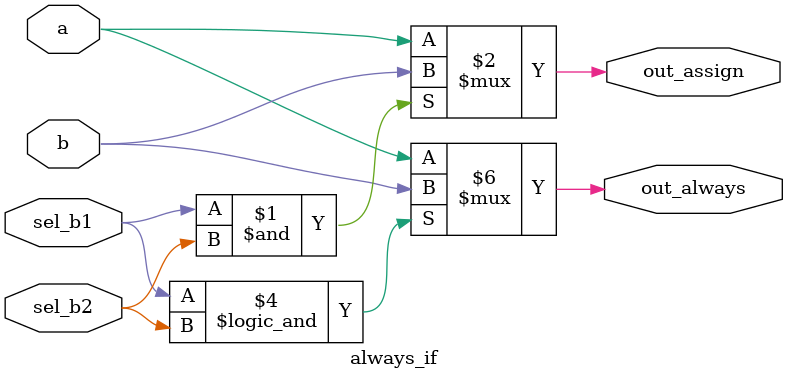
<source format=v>
module always_if(
    input a,
    input b,
    input sel_b1,
    input sel_b2,
    output wire out_assign,
    output reg out_always   ); 
    
    assign out_assign = (sel_b1&sel_b2)?b:a;
    
    always@(*)begin
        if(sel_b1 && sel_b2) begin
        	out_always = b;
        end else begin
        	out_always = a;
        end
    end

endmodule

</source>
